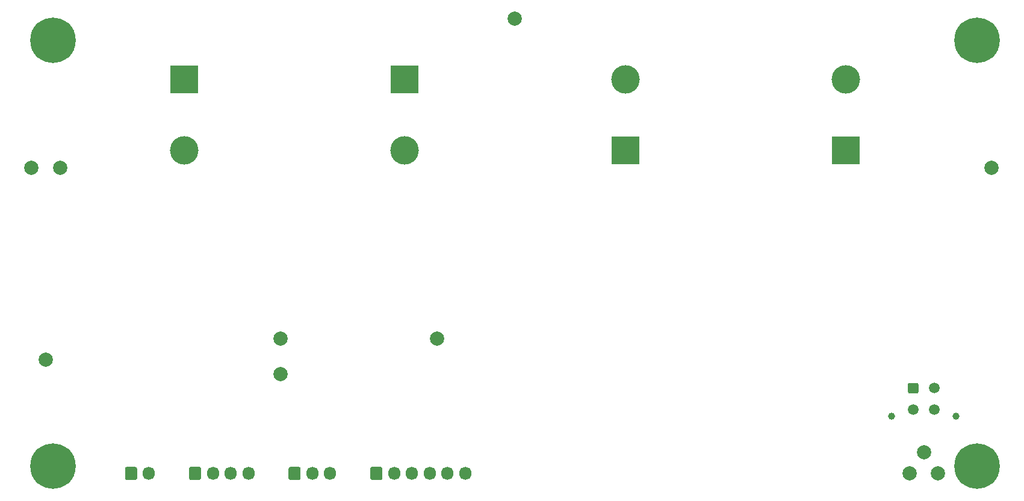
<source format=gbr>
%TF.GenerationSoftware,KiCad,Pcbnew,5.1.9*%
%TF.CreationDate,2021-03-01T17:24:21+00:00*%
%TF.ProjectId,TSAL,5453414c-2e6b-4696-9361-645f70636258,rev?*%
%TF.SameCoordinates,PX42c1d80PY42c1d80*%
%TF.FileFunction,Soldermask,Bot*%
%TF.FilePolarity,Negative*%
%FSLAX46Y46*%
G04 Gerber Fmt 4.6, Leading zero omitted, Abs format (unit mm)*
G04 Created by KiCad (PCBNEW 5.1.9) date 2021-03-01 17:24:21*
%MOMM*%
%LPD*%
G01*
G04 APERTURE LIST*
%ADD10O,1.700000X1.850000*%
%ADD11C,6.400000*%
%ADD12C,4.000000*%
%ADD13R,4.000000X4.000000*%
%ADD14C,1.500000*%
%ADD15C,1.000000*%
%ADD16C,2.000000*%
G04 APERTURE END LIST*
D10*
%TO.C,J5*%
X18500000Y-66000000D03*
G36*
G01*
X15150000Y-66675000D02*
X15150000Y-65325000D01*
G75*
G02*
X15400000Y-65075000I250000J0D01*
G01*
X16600000Y-65075000D01*
G75*
G02*
X16850000Y-65325000I0J-250000D01*
G01*
X16850000Y-66675000D01*
G75*
G02*
X16600000Y-66925000I-250000J0D01*
G01*
X15400000Y-66925000D01*
G75*
G02*
X15150000Y-66675000I0J250000D01*
G01*
G37*
%TD*%
D11*
%TO.C,H1*%
X5000000Y-5000000D03*
%TD*%
%TO.C,H2*%
X135000000Y-5000000D03*
%TD*%
%TO.C,H3*%
X5000000Y-65000000D03*
%TD*%
%TO.C,H4*%
X135000000Y-65000000D03*
%TD*%
D12*
%TO.C,C32*%
X85500000Y-10500000D03*
D13*
X85500000Y-20500000D03*
%TD*%
D12*
%TO.C,C33*%
X116500000Y-10500000D03*
D13*
X116500000Y-20500000D03*
%TD*%
D14*
%TO.C,J1*%
X129000000Y-57000000D03*
X126000000Y-57000000D03*
X129000000Y-54000000D03*
G36*
G01*
X125250000Y-54500000D02*
X125250000Y-53500000D01*
G75*
G02*
X125500000Y-53250000I250000J0D01*
G01*
X126500000Y-53250000D01*
G75*
G02*
X126750000Y-53500000I0J-250000D01*
G01*
X126750000Y-54500000D01*
G75*
G02*
X126500000Y-54750000I-250000J0D01*
G01*
X125500000Y-54750000D01*
G75*
G02*
X125250000Y-54500000I0J250000D01*
G01*
G37*
D15*
X132000000Y-57940000D03*
X123000000Y-57940000D03*
%TD*%
D10*
%TO.C,J3*%
X32500000Y-66000000D03*
X30000000Y-66000000D03*
X27500000Y-66000000D03*
G36*
G01*
X24150000Y-66675000D02*
X24150000Y-65325000D01*
G75*
G02*
X24400000Y-65075000I250000J0D01*
G01*
X25600000Y-65075000D01*
G75*
G02*
X25850000Y-65325000I0J-250000D01*
G01*
X25850000Y-66675000D01*
G75*
G02*
X25600000Y-66925000I-250000J0D01*
G01*
X24400000Y-66925000D01*
G75*
G02*
X24150000Y-66675000I0J250000D01*
G01*
G37*
%TD*%
%TO.C,J4*%
X63000000Y-66000000D03*
X60500000Y-66000000D03*
X58000000Y-66000000D03*
X55500000Y-66000000D03*
X53000000Y-66000000D03*
G36*
G01*
X49650000Y-66675000D02*
X49650000Y-65325000D01*
G75*
G02*
X49900000Y-65075000I250000J0D01*
G01*
X51100000Y-65075000D01*
G75*
G02*
X51350000Y-65325000I0J-250000D01*
G01*
X51350000Y-66675000D01*
G75*
G02*
X51100000Y-66925000I-250000J0D01*
G01*
X49900000Y-66925000D01*
G75*
G02*
X49650000Y-66675000I0J250000D01*
G01*
G37*
%TD*%
D16*
%TO.C,TP1*%
X59000000Y-47000000D03*
%TD*%
%TO.C,TP3*%
X37000000Y-52000000D03*
%TD*%
%TO.C,TP4*%
X129500000Y-66000000D03*
%TD*%
%TO.C,TP6*%
X125500000Y-66000000D03*
%TD*%
%TO.C,TP9*%
X6000000Y-23000000D03*
%TD*%
%TO.C,TP10*%
X2000000Y-23000000D03*
%TD*%
D12*
%TO.C,C36*%
X23500000Y-20500000D03*
D13*
X23500000Y-10500000D03*
%TD*%
D10*
%TO.C,J2*%
X44000000Y-66000000D03*
X41500000Y-66000000D03*
G36*
G01*
X38150000Y-66675000D02*
X38150000Y-65325000D01*
G75*
G02*
X38400000Y-65075000I250000J0D01*
G01*
X39600000Y-65075000D01*
G75*
G02*
X39850000Y-65325000I0J-250000D01*
G01*
X39850000Y-66675000D01*
G75*
G02*
X39600000Y-66925000I-250000J0D01*
G01*
X38400000Y-66925000D01*
G75*
G02*
X38150000Y-66675000I0J250000D01*
G01*
G37*
%TD*%
D16*
%TO.C,TP2*%
X37000000Y-47000000D03*
%TD*%
%TO.C,TP5*%
X127500000Y-63000000D03*
%TD*%
D12*
%TO.C,C35*%
X54500000Y-20500000D03*
D13*
X54500000Y-10500000D03*
%TD*%
D16*
%TO.C,TP11*%
X4000000Y-50000000D03*
%TD*%
%TO.C,TP7*%
X137000000Y-23000000D03*
%TD*%
%TO.C,TP8*%
X70000000Y-2000000D03*
%TD*%
M02*

</source>
